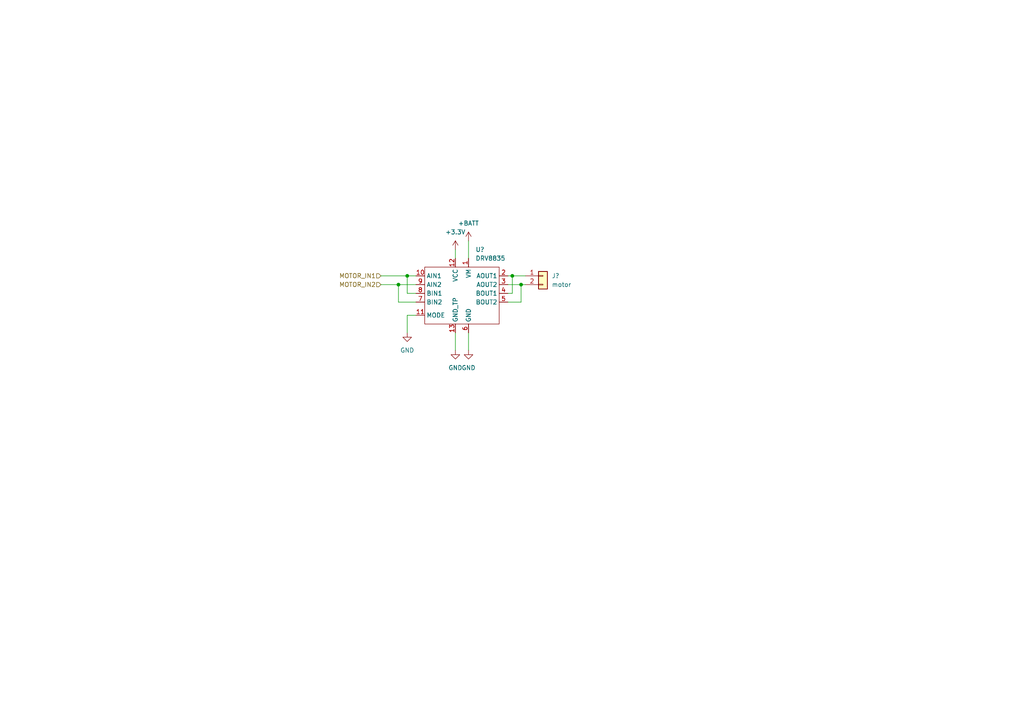
<source format=kicad_sch>
(kicad_sch (version 20211123) (generator eeschema)
  (paper "A4")
  (lib_symbols
    (symbol "Connector_Generic:Conn_01x02" (pin_names (offset 1.016) hide)
      (property "Reference" "J" (at 0 2.54 0))
      (property "Value" "Conn_01x02" (at 0 -5.08 0))
      (symbol "Conn_01x02_1_1"
        (rectangle (start -1.27 -2.413) (end 0 -2.667) (stroke (width 0.1524)))
        (rectangle (start -1.27 0.127) (end 0 -0.127) (stroke (width 0.1524)))
        (rectangle (start -1.27 1.27) (end 1.27 -3.81) (stroke (width 0.254)) (fill (type background)))
        (pin passive line (at -5.08 0 0) (length 3.81) (name "Pin_1") (number "1"))
        (pin passive line (at -5.08 -2.54 0) (length 3.81) (name "Pin_2") (number "2"))
      )
    )
    (symbol "My_Device:DRV8835"
      (property "Reference" "U" (at 0 0 0))
      (property "Value" "DRV8835" (at 0 -2.54 0))
      (symbol "DRV8835_0_1"
        (polyline (pts (xy -10.16 -11.43) (xy 11.43 -11.43) (xy 11.43 -27.94) (xy -10.16 -27.94) (xy -10.16 -11.43)))
      )
      (symbol "DRV8835_1_1"
        (pin input line (at 2.54 -8.89 270) (length 2.54) (name "VM") (number "1"))
        (pin input line (at -12.7 -13.97 0) (length 2.54) (name "AIN1") (number "10"))
        (pin input line (at -12.7 -25.4 0) (length 2.54) (name "MODE") (number "11"))
        (pin input line (at -1.27 -8.89 270) (length 2.54) (name "VCC") (number "12"))
        (pin input line (at -1.27 -30.48 90) (length 2.54) (name "GND_TP") (number "13"))
        (pin input line (at 13.97 -13.97 180) (length 2.54) (name "AOUT1") (number "2"))
        (pin input line (at 13.97 -16.51 180) (length 2.54) (name "AOUT2") (number "3"))
        (pin input line (at 13.97 -19.05 180) (length 2.54) (name "BOUT1") (number "4"))
        (pin input line (at 13.97 -21.59 180) (length 2.54) (name "BOUT2") (number "5"))
        (pin input line (at 2.54 -30.48 90) (length 2.54) (name "GND") (number "6"))
        (pin input line (at -12.7 -21.59 0) (length 2.54) (name "BIN2") (number "7"))
        (pin input line (at -12.7 -19.05 0) (length 2.54) (name "BIN1") (number "8"))
        (pin input line (at -12.7 -16.51 0) (length 2.54) (name "AIN2") (number "9"))
      )
    )
    (symbol "power:+3.3V" (power) (pin_names (offset 0))
      (property "Value" "+3.3V" (at 0 3.556 0))
      (symbol "+3.3V_0_1"
        (polyline (pts (xy -0.762 1.27) (xy 0 2.54)))
        (polyline (pts (xy 0 0) (xy 0 2.54)))
        (polyline (pts (xy 0 2.54) (xy 0.762 1.27)))
      )
      (symbol "+3.3V_1_1"
        (pin power_in line (at 0 0 90) (length 0) hide (name "+3.3V") (number "1"))
      )
    )
    (symbol "power:+BATT" (power) (pin_names (offset 0))
      (property "Value" "+BATT" (at 0 3.556 0))
      (symbol "+BATT_0_1"
        (polyline (pts (xy -0.762 1.27) (xy 0 2.54)))
        (polyline (pts (xy 0 0) (xy 0 2.54)))
        (polyline (pts (xy 0 2.54) (xy 0.762 1.27)))
      )
      (symbol "+BATT_1_1"
        (pin power_in line (at 0 0 90) (length 0) hide (name "+BATT") (number "1"))
      )
    )
    (symbol "power:GND" (power) (pin_names (offset 0))
      (property "Value" "GND" (at 0 -3.81 0))
      (symbol "GND_0_1"
        (polyline (pts (xy 0 0) (xy 0 -1.27) (xy 1.27 -1.27) (xy 0 -2.54) (xy -1.27 -1.27) (xy 0 -1.27)))
      )
      (symbol "GND_1_1"
        (pin power_in line (at 0 0 270) (length 0) hide (name "GND") (number "1"))
      )
    )
  )
  (junction (at 118.11 80.01))
  (junction (at 115.57 82.55))
  (junction (at 148.59 80.01))
  (junction (at 151.13 82.55))
  (wire (pts (xy 110.49 80.01) (xy 118.11 80.01)))
  (wire (pts (xy 118.11 80.01) (xy 120.65 80.01)))
  (wire (pts (xy 120.65 85.09) (xy 118.11 85.09)))
  (wire (pts (xy 135.89 69.85) (xy 135.89 74.93)))
  (wire (pts (xy 118.11 91.44) (xy 118.11 96.52)))
  (wire (pts (xy 132.08 96.52) (xy 132.08 101.6)))
  (wire (pts (xy 118.11 85.09) (xy 118.11 80.01)))
  (wire (pts (xy 120.65 91.44) (xy 118.11 91.44)))
  (wire (pts (xy 147.32 82.55) (xy 151.13 82.55)))
  (wire (pts (xy 115.57 87.63) (xy 115.57 82.55)))
  (wire (pts (xy 147.32 85.09) (xy 148.59 85.09)))
  (wire (pts (xy 151.13 82.55) (xy 152.4 82.55)))
  (wire (pts (xy 110.49 82.55) (xy 115.57 82.55)))
  (wire (pts (xy 147.32 80.01) (xy 148.59 80.01)))
  (wire (pts (xy 148.59 80.01) (xy 152.4 80.01)))
  (wire (pts (xy 135.89 96.52) (xy 135.89 101.6)))
  (wire (pts (xy 151.13 82.55) (xy 151.13 87.63)))
  (wire (pts (xy 120.65 87.63) (xy 115.57 87.63)))
  (wire (pts (xy 115.57 82.55) (xy 120.65 82.55)))
  (wire (pts (xy 148.59 85.09) (xy 148.59 80.01)))
  (wire (pts (xy 132.08 72.39) (xy 132.08 74.93)))
  (wire (pts (xy 147.32 87.63) (xy 151.13 87.63)))
  (hierarchical_label "MOTOR_IN1" (shape input) (at 110.49 80.01 180))
  (hierarchical_label "MOTOR_IN2" (shape input) (at 110.49 82.55 180))
  (symbol (lib_id "Connector_Generic:Conn_01x02") (at 157.48 80.01 0) (unit 1)
    (property "Reference" "J?" (at 160.02 80.0099 0) (effects (justify left)))
    (property "Value" "motor" (at 160.02 82.5499 0) (effects (justify left)))
  )
  (symbol (lib_id "power:+3.3V") (at 132.08 72.39 0) (unit 1)
    (property "Reference" "#PWR?" (effects hide))
    (property "Value" "+3.3V" (at 132.08 67.31 0))
  )
  (symbol (lib_id "My_Device:DRV8835") (at 133.35 66.04 0) (unit 1)
    (property "Reference" "U?" (at 137.9094 72.39 0) (effects (justify left)))
    (property "Value" "DRV8835" (at 137.9094 74.93 0) (effects (justify left)))
  )
  (symbol (lib_id "power:GND") (at 135.89 101.6 0) (unit 1)
    (property "Reference" "#PWR?" (effects hide))
    (property "Value" "GND" (at 135.89 106.68 0))
  )
  (symbol (lib_id "power:GND") (at 132.08 101.6 0) (unit 1)
    (property "Reference" "#PWR?" (effects hide))
    (property "Value" "GND" (at 132.08 106.68 0))
  )
  (symbol (lib_id "power:GND") (at 118.11 96.52 0) (unit 1)
    (property "Reference" "#PWR?" (effects hide))
    (property "Value" "GND" (at 118.11 101.6 0))
  )
  (symbol (lib_id "power:+BATT") (at 135.89 69.85 0) (unit 1)
    (property "Reference" "#PWR?" (effects hide))
    (property "Value" "+BATT" (at 135.89 64.77 0))
  )
)
</source>
